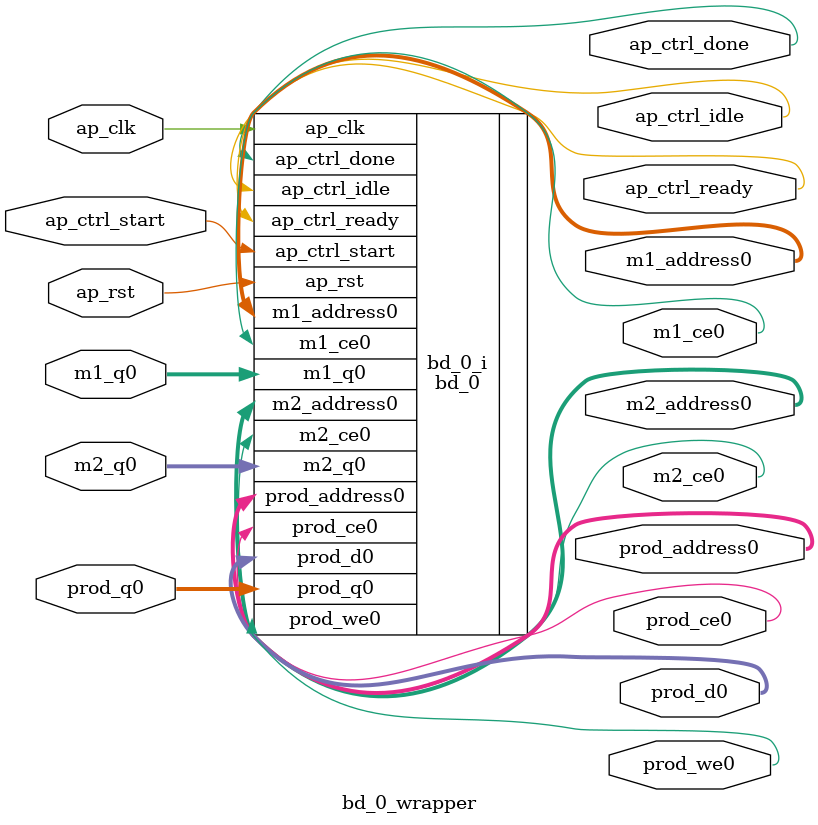
<source format=v>
`timescale 1 ps / 1 ps

module bd_0_wrapper
   (ap_clk,
    ap_ctrl_done,
    ap_ctrl_idle,
    ap_ctrl_ready,
    ap_ctrl_start,
    ap_rst,
    m1_address0,
    m1_ce0,
    m1_q0,
    m2_address0,
    m2_ce0,
    m2_q0,
    prod_address0,
    prod_ce0,
    prod_d0,
    prod_q0,
    prod_we0);
  input ap_clk;
  output ap_ctrl_done;
  output ap_ctrl_idle;
  output ap_ctrl_ready;
  input ap_ctrl_start;
  input ap_rst;
  output [11:0]m1_address0;
  output m1_ce0;
  input [63:0]m1_q0;
  output [11:0]m2_address0;
  output m2_ce0;
  input [63:0]m2_q0;
  output [11:0]prod_address0;
  output prod_ce0;
  output [63:0]prod_d0;
  input [63:0]prod_q0;
  output prod_we0;

  wire ap_clk;
  wire ap_ctrl_done;
  wire ap_ctrl_idle;
  wire ap_ctrl_ready;
  wire ap_ctrl_start;
  wire ap_rst;
  wire [11:0]m1_address0;
  wire m1_ce0;
  wire [63:0]m1_q0;
  wire [11:0]m2_address0;
  wire m2_ce0;
  wire [63:0]m2_q0;
  wire [11:0]prod_address0;
  wire prod_ce0;
  wire [63:0]prod_d0;
  wire [63:0]prod_q0;
  wire prod_we0;

  bd_0 bd_0_i
       (.ap_clk(ap_clk),
        .ap_ctrl_done(ap_ctrl_done),
        .ap_ctrl_idle(ap_ctrl_idle),
        .ap_ctrl_ready(ap_ctrl_ready),
        .ap_ctrl_start(ap_ctrl_start),
        .ap_rst(ap_rst),
        .m1_address0(m1_address0),
        .m1_ce0(m1_ce0),
        .m1_q0(m1_q0),
        .m2_address0(m2_address0),
        .m2_ce0(m2_ce0),
        .m2_q0(m2_q0),
        .prod_address0(prod_address0),
        .prod_ce0(prod_ce0),
        .prod_d0(prod_d0),
        .prod_q0(prod_q0),
        .prod_we0(prod_we0));
endmodule

</source>
